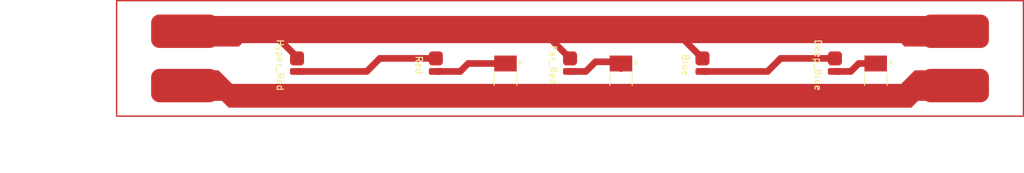
<source format=kicad_pcb>
(kicad_pcb (version 20211014) (generator pcbnew)
  (layers (0 "F.Cu" signal) (31 "B.Cu" signal) (34 "B.Paste" user) (35 "F.Paste" user) (36 "B.SilkS" user "B.Silkscreen") (37 "F.SilkS" user "F.Silkscreen") (38 "B.Mask" user) (39 "F.Mask" user) (44 "Edge.Cuts" user))
  (net 0 "")
  (net 1 "12v")
  (net 2 "Net-(D1-Pad2)")
  (net 3 "Net-(D2-Pad2)")
  (net 4 "GND")
  (net 5 "Net-(U3-Pad2)")
  (net 6 "Net-(R2-Pad1)")
  (net 7 "Net-(U5-Pad2)")
  (footprint "SnapEDA Library:RESC6332X120N" (layer "F.Cu") (at 181.356 138.549 -90)
    (fp_text reference "R1" (at -2.59 -2.27 90) (layer "F.SilkS") (effects (font (size 0.393701 0.393701))))
    (fp_text value "352239RFT")
    (fp_line (start -0.9 1.68) (end 0.9 1.68) (layer "F.SilkS") (width 0.127))
    (fp_line (start -0.9 -1.68) (end 0.9 -1.68) (layer "F.SilkS") (width 0.127))
    (pad "1" smd rect locked (at -2.405 0 270) (size 2.37 3.37) (layers "F.Cu" "F.Paste" "F.Mask") (net 3 "Net-(D2-Pad2)"))
    (pad "2" smd rect locked (at 2.405 0 270) (size 2.37 3.37) (layers "F.Cu" "F.Paste" "F.Mask") (net 4 "GND"))
  )
  (footprint "Library:Red" (layer "F.Cu") (at 115.57 135.382 -90)
    (fp_text reference "U4" hide)
    (fp_text value "Red" (at 1 2.54 -90 unlocked) (layer "F.SilkS"))
    (pad "1" smd roundrect (at 0 0 270) (size 2.1 2.1) (layers "F.Cu" "F.Paste" "F.Mask") (net 5 "Net-(U3-Pad2)"))
    (pad "2" smd roundrect (at 1.95 0 270) (size 1 2.1) (layers "F.Cu" "F.Paste" "F.Mask") (net 6 "Net-(R2-Pad1)"))
  )
  (footprint "Library:Far Red" (layer "F.Cu") (at 135.636 135.382 -90)
    (fp_text reference "U5" hide)
    (fp_text value "Far_Red" (at 1 2.54 -90 unlocked) (layer "F.SilkS"))
    (pad "1" smd roundrect (at 0 0 270) (size 2.1 2.1) (layers "F.Cu" "F.Paste" "F.Mask") (net 1 "12v"))
    (pad "2" smd roundrect (at 1.95 0 270) (size 1 2.1) (layers "F.Cu" "F.Paste" "F.Mask") (net 7 "Net-(U5-Pad2)"))
  )
  (footprint "Library:Solder Pad" (layer "F.Cu") (at 193.294 131.318)
    (fp_text reference "U6" hide)
    (fp_text value "Solder_Pad" hide)
    (pad "1" smd roundrect (at 0 0) (size 10 5) (layers "F.Cu" "F.Paste" "F.Mask") (net 1 "12v"))
  )
  (footprint "Library:Solder Pad" (layer "F.Cu") (at 193.294 139.446)
    (fp_text reference "U2" hide)
    (fp_text value "Solder_Pad" hide)
    (pad "1" smd roundrect (at 0 0) (size 10 5) (layers "F.Cu" "F.Paste" "F.Mask") (net 4 "GND"))
  )
  (footprint "Library:Hyper Red" (layer "F.Cu") (at 94.804 135.382 -90)
    (fp_text reference "U3" hide)
    (fp_text value "Hyper_Red" (at 1 2.54 -90 unlocked) (layer "F.SilkS"))
    (pad "1" smd roundrect (at 0 0 270) (size 2.1 2.1) (layers "F.Cu" "F.Paste" "F.Mask") (net 1 "12v"))
    (pad "2" smd roundrect (at 1.95 0 270) (size 1 2.1) (layers "F.Cu" "F.Paste" "F.Mask") (net 5 "Net-(U3-Pad2)"))
  )
  (footprint "Library:Deep Blue" (layer "F.Cu") (at 175.26 135.382 -90)
    (fp_text reference "D2" hide)
    (fp_text value "Deep_Blue" (at 1 2.54 -90 unlocked) (layer "F.SilkS"))
    (pad "1" smd roundrect (at 0 0 270) (size 2.1 2.1) (layers "F.Cu" "F.Paste" "F.Mask") (net 2 "Net-(D1-Pad2)"))
    (pad "2" smd roundrect (at 1.95 0 270) (size 1 2.1) (layers "F.Cu" "F.Paste" "F.Mask") (net 3 "Net-(D2-Pad2)"))
  )
  (footprint "Library:Solder Pad" (layer "F.Cu") (at 77.978 139.446)
    (fp_text reference "U7" hide)
    (fp_text value "Solder_Pad" hide)
    (pad "1" smd roundrect (at 0 0) (size 10 5) (layers "F.Cu" "F.Paste" "F.Mask") (net 4 "GND"))
  )
  (footprint "Library:Blue" (layer "F.Cu") (at 155.448 135.382 -90)
    (fp_text reference "D1" hide)
    (fp_text value "Blue" (at 1 2.54 -90 unlocked) (layer "F.SilkS"))
    (pad "1" smd roundrect (at 0 0 270) (size 2.1 2.1) (layers "F.Cu" "F.Paste" "F.Mask") (net 1 "12v"))
    (pad "2" smd roundrect (at 1.95 0 270) (size 1 2.1) (layers "F.Cu" "F.Paste" "F.Mask") (net 2 "Net-(D1-Pad2)"))
  )
  (footprint "SnapEDA Library:RESC6332X120N" (layer "F.Cu") (at 125.984 138.549 -90)
    (fp_text reference "R2" (at -2.59 -2.27 90) (layer "F.SilkS") (effects (font (size 0.393701 0.393701))))
    (fp_text value "352251RFT")
    (fp_line (start -0.9 -1.68) (end 0.9 -1.68) (layer "F.SilkS") (width 0.127))
    (fp_line (start -0.9 1.68) (end 0.9 1.68) (layer "F.SilkS") (width 0.127))
    (pad "1" smd rect locked (at -2.405 0 270) (size 2.37 3.37) (layers "F.Cu" "F.Paste" "F.Mask") (net 6 "Net-(R2-Pad1)"))
    (pad "2" smd rect locked (at 2.405 0 270) (size 2.37 3.37) (layers "F.Cu" "F.Paste" "F.Mask") (net 4 "GND"))
  )
  (footprint "Library:Solder Pad" (layer "F.Cu") (at 77.978 131.318)
    (fp_text reference "U1" hide)
    (fp_text value "Solder_Pad" hide)
    (pad "1" smd roundrect (at 0 0) (size 10 5) (layers "F.Cu" "F.Paste" "F.Mask") (net 1 "12v"))
  )
  (footprint "SnapEDA Library:RESC6332X120N" (layer "F.Cu") (at 143.256 138.549 -90)
    (fp_text reference "R3" (at -2.59 -2.27 90) (layer "F.SilkS") (effects (font (size 0.393701 0.393701))))
    (fp_text value "352268RFT")
    (fp_line (start -0.9 -1.68) (end 0.9 -1.68) (layer "F.SilkS") (width 0.127))
    (fp_line (start -0.9 1.68) (end 0.9 1.68) (layer "F.SilkS") (width 0.127))
    (pad "1" smd rect locked (at -2.405 0 270) (size 2.37 3.37) (layers "F.Cu" "F.Paste" "F.Mask") (net 7 "Net-(U5-Pad2)"))
    (pad "2" smd rect locked (at 2.405 0 270) (size 2.37 3.37) (layers "F.Cu" "F.Paste" "F.Mask") (net 4 "GND"))
  )
  (gr_rect (start 67.818 126.746) (end 203.454 144.018) (layer "F.Cu") (width 0.2) (fill none))
  (segment (start 155.448 135.382) (end 152.146 132.08) (width 1) (layer "F.Cu") (net 1))
  (segment (start 132.334 132.08) (end 131.826 132.08) (width 0.25) (layer "F.Cu") (net 1))
  (segment (start 135.636 135.382) (end 132.334 132.08) (width 1) (layer "F.Cu") (net 1))
  (segment (start 94.804 135.382) (end 94.804 135.19) (width 0.25) (layer "F.Cu") (net 1))
  (segment (start 94.804 135.19) (end 92.456 132.842) (width 1) (layer "F.Cu") (net 1))
  (segment (start 165.182 137.332) (end 155.448 137.332) (width 1) (layer "F.Cu") (net 2))
  (segment (start 175.26 135.382) (end 167.132 135.382) (width 1) (layer "F.Cu") (net 2))
  (segment (start 167.132 135.382) (end 165.182 137.332) (width 1) (layer "F.Cu") (net 2))
  (segment (start 175.26 137.332) (end 177.628 137.332) (width 1) (layer "F.Cu") (net 3))
  (segment (start 177.628 137.332) (end 178.816 136.144) (width 1) (layer "F.Cu") (net 3))
  (segment (start 178.816 136.144) (end 181.356 136.144) (width 1) (layer "F.Cu") (net 3))
  (segment (start 94.804 137.332) (end 105.238 137.332) (width 1) (layer "F.Cu") (net 5))
  (segment (start 105.238 137.332) (end 107.188 135.382) (width 1) (layer "F.Cu") (net 5))
  (segment (start 107.188 135.382) (end 115.57 135.382) (width 1) (layer "F.Cu") (net 5))
  (segment (start 115.57 137.332) (end 119.208 137.332) (width 1) (layer "F.Cu") (net 6))
  (segment (start 119.208 137.332) (end 120.396 136.144) (width 1) (layer "F.Cu") (net 6))
  (segment (start 120.396 136.144) (end 125.984 136.144) (width 1) (layer "F.Cu") (net 6))
  (segment (start 142.24 135.89) (end 143.256 136.906) (width 1) (layer "F.Cu") (net 7))
  (segment (start 135.636 137.332) (end 138.004 137.332) (width 1) (layer "F.Cu") (net 7))
  (segment (start 139.446 135.89) (end 142.24 135.89) (width 1) (layer "F.Cu") (net 7))
  (segment (start 138.004 137.332) (end 139.446 135.89) (width 1) (layer "F.Cu") (net 7))
  (zone (net 1) (net_name "12v") (layer "F.Cu") (connect_pads yes (clearance 0.508)) (min_thickness 0.254) (fill yes (thermal_gap 0.508) (thermal_bridge_width 0.508))
    (polygon (pts (xy 189.484 133.604) (xy 185.674 133.604) (xy 185.166 133.096) (xy 86.614 133.096) (xy 86.106 133.604) (xy 81.788 133.604) (xy 81.788 129.032) (xy 189.484 129.032)))
  )
  (zone (net 4) (net_name "GND") (layer "F.Cu") (connect_pads yes (clearance 0.508)) (min_thickness 0.254) (fill yes (thermal_gap 0.508) (thermal_bridge_width 0.508))
    (polygon (pts (xy 85.09 139.192) (xy 185.166 139.192) (xy 187.198 137.16) (xy 189.484 137.16) (xy 189.484 141.732) (xy 187.706 141.732) (xy 186.69 142.748) (xy 84.582 142.748) (xy 83.566 141.732) (xy 81.788 141.732) (xy 81.788 137.16) (xy 83.058 137.16)))
  )
)
</source>
